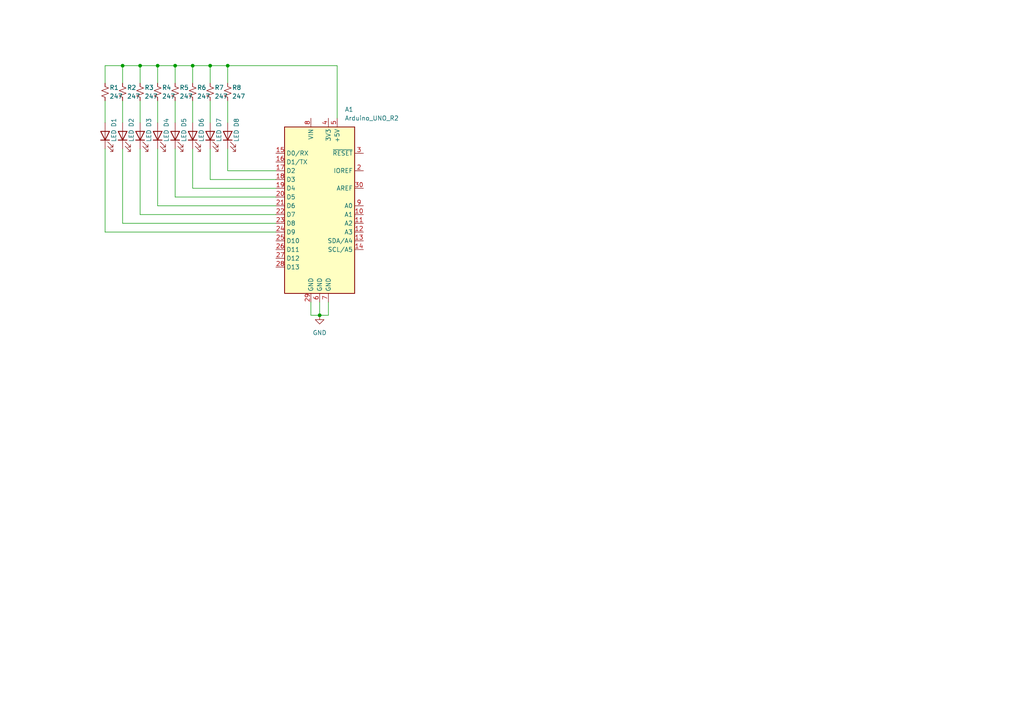
<source format=kicad_sch>
(kicad_sch (version 20230121) (generator eeschema)

  (uuid ca7c3723-e5a2-41e3-9b3f-ccdfddab79db)

  (paper "A4")

  (title_block
    (title "arduino uno shield")
    (date "2024-01-15")
    (rev "1")
  )

  (lib_symbols
    (symbol "Device:LED" (pin_numbers hide) (pin_names (offset 1.016) hide) (in_bom yes) (on_board yes)
      (property "Reference" "D" (at 0 2.54 0)
        (effects (font (size 1.27 1.27)))
      )
      (property "Value" "LED" (at 0 -2.54 0)
        (effects (font (size 1.27 1.27)))
      )
      (property "Footprint" "" (at 0 0 0)
        (effects (font (size 1.27 1.27)) hide)
      )
      (property "Datasheet" "~" (at 0 0 0)
        (effects (font (size 1.27 1.27)) hide)
      )
      (property "ki_keywords" "LED diode" (at 0 0 0)
        (effects (font (size 1.27 1.27)) hide)
      )
      (property "ki_description" "Light emitting diode" (at 0 0 0)
        (effects (font (size 1.27 1.27)) hide)
      )
      (property "ki_fp_filters" "LED* LED_SMD:* LED_THT:*" (at 0 0 0)
        (effects (font (size 1.27 1.27)) hide)
      )
      (symbol "LED_0_1"
        (polyline
          (pts
            (xy -1.27 -1.27)
            (xy -1.27 1.27)
          )
          (stroke (width 0.254) (type default))
          (fill (type none))
        )
        (polyline
          (pts
            (xy -1.27 0)
            (xy 1.27 0)
          )
          (stroke (width 0) (type default))
          (fill (type none))
        )
        (polyline
          (pts
            (xy 1.27 -1.27)
            (xy 1.27 1.27)
            (xy -1.27 0)
            (xy 1.27 -1.27)
          )
          (stroke (width 0.254) (type default))
          (fill (type none))
        )
        (polyline
          (pts
            (xy -3.048 -0.762)
            (xy -4.572 -2.286)
            (xy -3.81 -2.286)
            (xy -4.572 -2.286)
            (xy -4.572 -1.524)
          )
          (stroke (width 0) (type default))
          (fill (type none))
        )
        (polyline
          (pts
            (xy -1.778 -0.762)
            (xy -3.302 -2.286)
            (xy -2.54 -2.286)
            (xy -3.302 -2.286)
            (xy -3.302 -1.524)
          )
          (stroke (width 0) (type default))
          (fill (type none))
        )
      )
      (symbol "LED_1_1"
        (pin passive line (at -3.81 0 0) (length 2.54)
          (name "K" (effects (font (size 1.27 1.27))))
          (number "1" (effects (font (size 1.27 1.27))))
        )
        (pin passive line (at 3.81 0 180) (length 2.54)
          (name "A" (effects (font (size 1.27 1.27))))
          (number "2" (effects (font (size 1.27 1.27))))
        )
      )
    )
    (symbol "Device:R_Small_US" (pin_numbers hide) (pin_names (offset 0.254) hide) (in_bom yes) (on_board yes)
      (property "Reference" "R" (at 0.762 0.508 0)
        (effects (font (size 1.27 1.27)) (justify left))
      )
      (property "Value" "R_Small_US" (at 0.762 -1.016 0)
        (effects (font (size 1.27 1.27)) (justify left))
      )
      (property "Footprint" "" (at 0 0 0)
        (effects (font (size 1.27 1.27)) hide)
      )
      (property "Datasheet" "~" (at 0 0 0)
        (effects (font (size 1.27 1.27)) hide)
      )
      (property "ki_keywords" "r resistor" (at 0 0 0)
        (effects (font (size 1.27 1.27)) hide)
      )
      (property "ki_description" "Resistor, small US symbol" (at 0 0 0)
        (effects (font (size 1.27 1.27)) hide)
      )
      (property "ki_fp_filters" "R_*" (at 0 0 0)
        (effects (font (size 1.27 1.27)) hide)
      )
      (symbol "R_Small_US_1_1"
        (polyline
          (pts
            (xy 0 0)
            (xy 1.016 -0.381)
            (xy 0 -0.762)
            (xy -1.016 -1.143)
            (xy 0 -1.524)
          )
          (stroke (width 0) (type default))
          (fill (type none))
        )
        (polyline
          (pts
            (xy 0 1.524)
            (xy 1.016 1.143)
            (xy 0 0.762)
            (xy -1.016 0.381)
            (xy 0 0)
          )
          (stroke (width 0) (type default))
          (fill (type none))
        )
        (pin passive line (at 0 2.54 270) (length 1.016)
          (name "~" (effects (font (size 1.27 1.27))))
          (number "1" (effects (font (size 1.27 1.27))))
        )
        (pin passive line (at 0 -2.54 90) (length 1.016)
          (name "~" (effects (font (size 1.27 1.27))))
          (number "2" (effects (font (size 1.27 1.27))))
        )
      )
    )
    (symbol "MCU_Module:Arduino_UNO_R2" (in_bom yes) (on_board yes)
      (property "Reference" "A" (at -10.16 23.495 0)
        (effects (font (size 1.27 1.27)) (justify left bottom))
      )
      (property "Value" "Arduino_UNO_R2" (at 5.08 -26.67 0)
        (effects (font (size 1.27 1.27)) (justify left top))
      )
      (property "Footprint" "Module:Arduino_UNO_R2" (at 0 0 0)
        (effects (font (size 1.27 1.27) italic) hide)
      )
      (property "Datasheet" "https://www.arduino.cc/en/Main/arduinoBoardUno" (at 0 0 0)
        (effects (font (size 1.27 1.27)) hide)
      )
      (property "ki_keywords" "Arduino UNO R3 Microcontroller Module Atmel AVR USB" (at 0 0 0)
        (effects (font (size 1.27 1.27)) hide)
      )
      (property "ki_description" "Arduino UNO Microcontroller Module, release 2" (at 0 0 0)
        (effects (font (size 1.27 1.27)) hide)
      )
      (property "ki_fp_filters" "Arduino*UNO*R2*" (at 0 0 0)
        (effects (font (size 1.27 1.27)) hide)
      )
      (symbol "Arduino_UNO_R2_0_1"
        (rectangle (start -10.16 22.86) (end 10.16 -25.4)
          (stroke (width 0.254) (type default))
          (fill (type background))
        )
      )
      (symbol "Arduino_UNO_R2_1_1"
        (pin no_connect line (at -10.16 -20.32 0) (length 2.54) hide
          (name "NC" (effects (font (size 1.27 1.27))))
          (number "1" (effects (font (size 1.27 1.27))))
        )
        (pin bidirectional line (at 12.7 -2.54 180) (length 2.54)
          (name "A1" (effects (font (size 1.27 1.27))))
          (number "10" (effects (font (size 1.27 1.27))))
        )
        (pin bidirectional line (at 12.7 -5.08 180) (length 2.54)
          (name "A2" (effects (font (size 1.27 1.27))))
          (number "11" (effects (font (size 1.27 1.27))))
        )
        (pin bidirectional line (at 12.7 -7.62 180) (length 2.54)
          (name "A3" (effects (font (size 1.27 1.27))))
          (number "12" (effects (font (size 1.27 1.27))))
        )
        (pin bidirectional line (at 12.7 -10.16 180) (length 2.54)
          (name "SDA/A4" (effects (font (size 1.27 1.27))))
          (number "13" (effects (font (size 1.27 1.27))))
        )
        (pin bidirectional line (at 12.7 -12.7 180) (length 2.54)
          (name "SCL/A5" (effects (font (size 1.27 1.27))))
          (number "14" (effects (font (size 1.27 1.27))))
        )
        (pin bidirectional line (at -12.7 15.24 0) (length 2.54)
          (name "D0/RX" (effects (font (size 1.27 1.27))))
          (number "15" (effects (font (size 1.27 1.27))))
        )
        (pin bidirectional line (at -12.7 12.7 0) (length 2.54)
          (name "D1/TX" (effects (font (size 1.27 1.27))))
          (number "16" (effects (font (size 1.27 1.27))))
        )
        (pin bidirectional line (at -12.7 10.16 0) (length 2.54)
          (name "D2" (effects (font (size 1.27 1.27))))
          (number "17" (effects (font (size 1.27 1.27))))
        )
        (pin bidirectional line (at -12.7 7.62 0) (length 2.54)
          (name "D3" (effects (font (size 1.27 1.27))))
          (number "18" (effects (font (size 1.27 1.27))))
        )
        (pin bidirectional line (at -12.7 5.08 0) (length 2.54)
          (name "D4" (effects (font (size 1.27 1.27))))
          (number "19" (effects (font (size 1.27 1.27))))
        )
        (pin output line (at 12.7 10.16 180) (length 2.54)
          (name "IOREF" (effects (font (size 1.27 1.27))))
          (number "2" (effects (font (size 1.27 1.27))))
        )
        (pin bidirectional line (at -12.7 2.54 0) (length 2.54)
          (name "D5" (effects (font (size 1.27 1.27))))
          (number "20" (effects (font (size 1.27 1.27))))
        )
        (pin bidirectional line (at -12.7 0 0) (length 2.54)
          (name "D6" (effects (font (size 1.27 1.27))))
          (number "21" (effects (font (size 1.27 1.27))))
        )
        (pin bidirectional line (at -12.7 -2.54 0) (length 2.54)
          (name "D7" (effects (font (size 1.27 1.27))))
          (number "22" (effects (font (size 1.27 1.27))))
        )
        (pin bidirectional line (at -12.7 -5.08 0) (length 2.54)
          (name "D8" (effects (font (size 1.27 1.27))))
          (number "23" (effects (font (size 1.27 1.27))))
        )
        (pin bidirectional line (at -12.7 -7.62 0) (length 2.54)
          (name "D9" (effects (font (size 1.27 1.27))))
          (number "24" (effects (font (size 1.27 1.27))))
        )
        (pin bidirectional line (at -12.7 -10.16 0) (length 2.54)
          (name "D10" (effects (font (size 1.27 1.27))))
          (number "25" (effects (font (size 1.27 1.27))))
        )
        (pin bidirectional line (at -12.7 -12.7 0) (length 2.54)
          (name "D11" (effects (font (size 1.27 1.27))))
          (number "26" (effects (font (size 1.27 1.27))))
        )
        (pin bidirectional line (at -12.7 -15.24 0) (length 2.54)
          (name "D12" (effects (font (size 1.27 1.27))))
          (number "27" (effects (font (size 1.27 1.27))))
        )
        (pin bidirectional line (at -12.7 -17.78 0) (length 2.54)
          (name "D13" (effects (font (size 1.27 1.27))))
          (number "28" (effects (font (size 1.27 1.27))))
        )
        (pin power_in line (at -2.54 -27.94 90) (length 2.54)
          (name "GND" (effects (font (size 1.27 1.27))))
          (number "29" (effects (font (size 1.27 1.27))))
        )
        (pin input line (at 12.7 15.24 180) (length 2.54)
          (name "~{RESET}" (effects (font (size 1.27 1.27))))
          (number "3" (effects (font (size 1.27 1.27))))
        )
        (pin input line (at 12.7 5.08 180) (length 2.54)
          (name "AREF" (effects (font (size 1.27 1.27))))
          (number "30" (effects (font (size 1.27 1.27))))
        )
        (pin power_out line (at 2.54 25.4 270) (length 2.54)
          (name "3V3" (effects (font (size 1.27 1.27))))
          (number "4" (effects (font (size 1.27 1.27))))
        )
        (pin power_out line (at 5.08 25.4 270) (length 2.54)
          (name "+5V" (effects (font (size 1.27 1.27))))
          (number "5" (effects (font (size 1.27 1.27))))
        )
        (pin power_in line (at 0 -27.94 90) (length 2.54)
          (name "GND" (effects (font (size 1.27 1.27))))
          (number "6" (effects (font (size 1.27 1.27))))
        )
        (pin power_in line (at 2.54 -27.94 90) (length 2.54)
          (name "GND" (effects (font (size 1.27 1.27))))
          (number "7" (effects (font (size 1.27 1.27))))
        )
        (pin power_in line (at -2.54 25.4 270) (length 2.54)
          (name "VIN" (effects (font (size 1.27 1.27))))
          (number "8" (effects (font (size 1.27 1.27))))
        )
        (pin bidirectional line (at 12.7 0 180) (length 2.54)
          (name "A0" (effects (font (size 1.27 1.27))))
          (number "9" (effects (font (size 1.27 1.27))))
        )
      )
    )
    (symbol "power:GND" (power) (pin_names (offset 0)) (in_bom yes) (on_board yes)
      (property "Reference" "#PWR" (at 0 -6.35 0)
        (effects (font (size 1.27 1.27)) hide)
      )
      (property "Value" "GND" (at 0 -3.81 0)
        (effects (font (size 1.27 1.27)))
      )
      (property "Footprint" "" (at 0 0 0)
        (effects (font (size 1.27 1.27)) hide)
      )
      (property "Datasheet" "" (at 0 0 0)
        (effects (font (size 1.27 1.27)) hide)
      )
      (property "ki_keywords" "global power" (at 0 0 0)
        (effects (font (size 1.27 1.27)) hide)
      )
      (property "ki_description" "Power symbol creates a global label with name \"GND\" , ground" (at 0 0 0)
        (effects (font (size 1.27 1.27)) hide)
      )
      (symbol "GND_0_1"
        (polyline
          (pts
            (xy 0 0)
            (xy 0 -1.27)
            (xy 1.27 -1.27)
            (xy 0 -2.54)
            (xy -1.27 -1.27)
            (xy 0 -1.27)
          )
          (stroke (width 0) (type default))
          (fill (type none))
        )
      )
      (symbol "GND_1_1"
        (pin power_in line (at 0 0 270) (length 0) hide
          (name "GND" (effects (font (size 1.27 1.27))))
          (number "1" (effects (font (size 1.27 1.27))))
        )
      )
    )
  )

  (junction (at 40.64 19.05) (diameter 0) (color 0 0 0 0)
    (uuid 6469da91-e7be-4372-aa2c-f6cd08eb7b84)
  )
  (junction (at 92.71 91.44) (diameter 0) (color 0 0 0 0)
    (uuid 95c42094-df20-4433-a48f-110648042ce4)
  )
  (junction (at 50.8 19.05) (diameter 0) (color 0 0 0 0)
    (uuid b76c6eda-61dc-40aa-858a-2fd6132abb0a)
  )
  (junction (at 66.04 19.05) (diameter 0) (color 0 0 0 0)
    (uuid bf00029f-fd75-4cb1-a50c-bbc3542b7fe1)
  )
  (junction (at 60.96 19.05) (diameter 0) (color 0 0 0 0)
    (uuid c1f9243e-5c36-4904-8539-27e41548055c)
  )
  (junction (at 35.56 19.05) (diameter 0) (color 0 0 0 0)
    (uuid d94b7309-222a-4c99-843b-ef678bb94687)
  )
  (junction (at 55.88 19.05) (diameter 0) (color 0 0 0 0)
    (uuid f3e2a62e-2e28-4939-859d-bc8449abb9d5)
  )
  (junction (at 45.72 19.05) (diameter 0) (color 0 0 0 0)
    (uuid fefebafc-a23a-4124-8798-12a552bc29e5)
  )

  (wire (pts (xy 50.8 19.05) (xy 50.8 24.13))
    (stroke (width 0) (type default))
    (uuid 014bec95-cd35-414b-804b-28c52dde49d2)
  )
  (wire (pts (xy 40.64 19.05) (xy 45.72 19.05))
    (stroke (width 0) (type default))
    (uuid 074ccf79-d5d4-4d7e-b88e-a2945ad5847f)
  )
  (wire (pts (xy 60.96 19.05) (xy 60.96 24.13))
    (stroke (width 0) (type default))
    (uuid 18517f0a-89ef-45cf-a91a-2c73190f71d2)
  )
  (wire (pts (xy 55.88 19.05) (xy 55.88 24.13))
    (stroke (width 0) (type default))
    (uuid 1fedd462-8ed9-47aa-94da-499df722beba)
  )
  (wire (pts (xy 35.56 29.21) (xy 35.56 35.56))
    (stroke (width 0) (type default))
    (uuid 2371d506-eb93-4c1f-9a2f-258b5a619c6d)
  )
  (wire (pts (xy 35.56 43.18) (xy 35.56 64.77))
    (stroke (width 0) (type default))
    (uuid 26d68d6d-530a-4745-b905-f71813eb24fb)
  )
  (wire (pts (xy 55.88 54.61) (xy 80.01 54.61))
    (stroke (width 0) (type default))
    (uuid 26fe1dbc-4309-4d9c-a324-d545142ea394)
  )
  (wire (pts (xy 30.48 29.21) (xy 30.48 35.56))
    (stroke (width 0) (type default))
    (uuid 2f85feaa-bc80-43e7-b4f5-232ba0c72622)
  )
  (wire (pts (xy 90.17 87.63) (xy 90.17 91.44))
    (stroke (width 0) (type default))
    (uuid 3191a176-f7d7-47dd-8d22-82542e6444d7)
  )
  (wire (pts (xy 66.04 29.21) (xy 66.04 35.56))
    (stroke (width 0) (type default))
    (uuid 3803c77e-6146-461a-be4d-d26a5c9df726)
  )
  (wire (pts (xy 40.64 62.23) (xy 80.01 62.23))
    (stroke (width 0) (type default))
    (uuid 41ced29c-f72f-4ca4-8046-3e6ee55f3d3d)
  )
  (wire (pts (xy 92.71 87.63) (xy 92.71 91.44))
    (stroke (width 0) (type default))
    (uuid 45c596a5-e3b7-4858-8f22-a638d5698095)
  )
  (wire (pts (xy 50.8 43.18) (xy 50.8 57.15))
    (stroke (width 0) (type default))
    (uuid 48698920-9d96-41bb-8bf8-cc10f58b63db)
  )
  (wire (pts (xy 97.79 19.05) (xy 97.79 34.29))
    (stroke (width 0) (type default))
    (uuid 4e20aa33-a5a6-4e40-a8ed-e48d199f95c8)
  )
  (wire (pts (xy 30.48 43.18) (xy 30.48 67.31))
    (stroke (width 0) (type default))
    (uuid 62af28cf-b4c8-400c-b5a5-3752ab64eaa5)
  )
  (wire (pts (xy 45.72 19.05) (xy 45.72 24.13))
    (stroke (width 0) (type default))
    (uuid 641975da-b9f1-46fa-800d-34aa722a955c)
  )
  (wire (pts (xy 95.25 87.63) (xy 95.25 91.44))
    (stroke (width 0) (type default))
    (uuid 651471e5-7fd9-43ce-a6a5-7fd732fe47cb)
  )
  (wire (pts (xy 60.96 19.05) (xy 66.04 19.05))
    (stroke (width 0) (type default))
    (uuid 6a3c3985-3153-4d26-9023-0762e36411e2)
  )
  (wire (pts (xy 50.8 19.05) (xy 55.88 19.05))
    (stroke (width 0) (type default))
    (uuid 6fea0c0a-403e-4205-82e7-60b0ebdd8417)
  )
  (wire (pts (xy 66.04 19.05) (xy 66.04 24.13))
    (stroke (width 0) (type default))
    (uuid 75053130-b6fd-4938-98af-8978c48fa765)
  )
  (wire (pts (xy 50.8 57.15) (xy 80.01 57.15))
    (stroke (width 0) (type default))
    (uuid 7809afcb-9288-4b1b-87db-9359fc4272ad)
  )
  (wire (pts (xy 55.88 19.05) (xy 60.96 19.05))
    (stroke (width 0) (type default))
    (uuid 7c5e64c9-3696-48fc-8e18-bf8af5a791f7)
  )
  (wire (pts (xy 30.48 19.05) (xy 35.56 19.05))
    (stroke (width 0) (type default))
    (uuid 80b03c2f-ea83-48b7-80b5-90b81727c6c5)
  )
  (wire (pts (xy 30.48 24.13) (xy 30.48 19.05))
    (stroke (width 0) (type default))
    (uuid 876122ca-0b5b-42ee-b089-ad67f522084b)
  )
  (wire (pts (xy 45.72 29.21) (xy 45.72 35.56))
    (stroke (width 0) (type default))
    (uuid 8d4762fb-604e-43df-a3f3-c358fbc457a6)
  )
  (wire (pts (xy 55.88 29.21) (xy 55.88 35.56))
    (stroke (width 0) (type default))
    (uuid 90051048-71a6-4a57-bdd3-9f9934e182be)
  )
  (wire (pts (xy 90.17 91.44) (xy 92.71 91.44))
    (stroke (width 0) (type default))
    (uuid 9720b4b3-ff39-4bda-9ea6-95aea365c062)
  )
  (wire (pts (xy 60.96 43.18) (xy 60.96 52.07))
    (stroke (width 0) (type default))
    (uuid ac07ded5-c6df-4adb-8930-d452dc055b8d)
  )
  (wire (pts (xy 30.48 67.31) (xy 80.01 67.31))
    (stroke (width 0) (type default))
    (uuid b1638cee-453f-4ee6-b813-ef7d32613b88)
  )
  (wire (pts (xy 55.88 43.18) (xy 55.88 54.61))
    (stroke (width 0) (type default))
    (uuid c10248a1-688c-49dc-ac19-2a40f7838074)
  )
  (wire (pts (xy 66.04 49.53) (xy 80.01 49.53))
    (stroke (width 0) (type default))
    (uuid c3ea3069-3f09-4aad-b483-c5d52301e8b3)
  )
  (wire (pts (xy 45.72 43.18) (xy 45.72 59.69))
    (stroke (width 0) (type default))
    (uuid c50d3b3b-a97f-44b3-94ab-d3aa88f705e7)
  )
  (wire (pts (xy 40.64 29.21) (xy 40.64 35.56))
    (stroke (width 0) (type default))
    (uuid c7f0e24f-274d-4bd7-a3ce-622ee20340ab)
  )
  (wire (pts (xy 40.64 43.18) (xy 40.64 62.23))
    (stroke (width 0) (type default))
    (uuid c9e5081b-7000-4a45-8f6a-c25809bc4fbf)
  )
  (wire (pts (xy 66.04 43.18) (xy 66.04 49.53))
    (stroke (width 0) (type default))
    (uuid cb32bbcc-abe4-4c93-9042-0f3d0c2f45bf)
  )
  (wire (pts (xy 35.56 64.77) (xy 80.01 64.77))
    (stroke (width 0) (type default))
    (uuid cbfb80be-4cd2-4cd1-9b4d-5fdc3e008d95)
  )
  (wire (pts (xy 50.8 29.21) (xy 50.8 35.56))
    (stroke (width 0) (type default))
    (uuid ce41c93d-bf4d-4728-b972-e39ee3829fd8)
  )
  (wire (pts (xy 45.72 59.69) (xy 80.01 59.69))
    (stroke (width 0) (type default))
    (uuid cf98d4f7-9105-4d56-b667-4b9b232d2e6e)
  )
  (wire (pts (xy 95.25 91.44) (xy 92.71 91.44))
    (stroke (width 0) (type default))
    (uuid defb7bc9-a074-429b-b21a-f7dd4150f6f8)
  )
  (wire (pts (xy 35.56 19.05) (xy 35.56 24.13))
    (stroke (width 0) (type default))
    (uuid e0a4b6a5-7482-4858-ae7b-fa9ecf68f614)
  )
  (wire (pts (xy 66.04 19.05) (xy 97.79 19.05))
    (stroke (width 0) (type default))
    (uuid e2657727-0b2c-42f4-b42d-ba6ebc2198b0)
  )
  (wire (pts (xy 40.64 19.05) (xy 40.64 24.13))
    (stroke (width 0) (type default))
    (uuid ec2fd1b8-79ab-4a60-b827-508470a4e9f6)
  )
  (wire (pts (xy 35.56 19.05) (xy 40.64 19.05))
    (stroke (width 0) (type default))
    (uuid edcbd6a2-ab8a-499e-884d-383324d23a2d)
  )
  (wire (pts (xy 60.96 29.21) (xy 60.96 35.56))
    (stroke (width 0) (type default))
    (uuid ee8621a2-34bb-4968-9abe-601e13212c24)
  )
  (wire (pts (xy 45.72 19.05) (xy 50.8 19.05))
    (stroke (width 0) (type default))
    (uuid f318e319-ba16-4656-b7c8-f16613f7ead4)
  )
  (wire (pts (xy 60.96 52.07) (xy 80.01 52.07))
    (stroke (width 0) (type default))
    (uuid ff2e8c10-60f7-4203-93a3-9c02b0d2ac90)
  )

  (symbol (lib_id "Device:R_Small_US") (at 45.72 26.67 0) (unit 1)
    (in_bom yes) (on_board yes) (dnp no)
    (uuid 00b6207a-1bd5-45cd-a333-d0bb62cdbdde)
    (property "Reference" "R4" (at 46.99 25.4 0)
      (effects (font (size 1.27 1.27)) (justify left))
    )
    (property "Value" "247" (at 46.99 27.94 0)
      (effects (font (size 1.27 1.27)) (justify left))
    )
    (property "Footprint" "Resistor_SMD:R_0603_1608Metric" (at 45.72 26.67 0)
      (effects (font (size 1.27 1.27)) hide)
    )
    (property "Datasheet" "~" (at 45.72 26.67 0)
      (effects (font (size 1.27 1.27)) hide)
    )
    (pin "1" (uuid f5cfa978-4cef-447e-9e72-2eb753be3883))
    (pin "2" (uuid e7570f60-d55f-481b-8b42-121330e7e612))
    (instances
      (project "HW1"
        (path "/ca7c3723-e5a2-41e3-9b3f-ccdfddab79db"
          (reference "R4") (unit 1)
        )
      )
    )
  )

  (symbol (lib_id "Device:R_Small_US") (at 40.64 26.67 0) (unit 1)
    (in_bom yes) (on_board yes) (dnp no)
    (uuid 0a999624-d130-4106-beeb-263451d46267)
    (property "Reference" "R3" (at 41.91 25.4 0)
      (effects (font (size 1.27 1.27)) (justify left))
    )
    (property "Value" "247" (at 41.91 27.94 0)
      (effects (font (size 1.27 1.27)) (justify left))
    )
    (property "Footprint" "Resistor_SMD:R_0603_1608Metric" (at 40.64 26.67 0)
      (effects (font (size 1.27 1.27)) hide)
    )
    (property "Datasheet" "~" (at 40.64 26.67 0)
      (effects (font (size 1.27 1.27)) hide)
    )
    (pin "1" (uuid e1db7c22-f7ad-4006-9003-a2b2d8d21e25))
    (pin "2" (uuid 4f0ae9ef-d3f1-43d9-9097-269a8eefd19e))
    (instances
      (project "HW1"
        (path "/ca7c3723-e5a2-41e3-9b3f-ccdfddab79db"
          (reference "R3") (unit 1)
        )
      )
    )
  )

  (symbol (lib_id "Device:LED") (at 50.8 39.37 90) (unit 1)
    (in_bom yes) (on_board yes) (dnp no)
    (uuid 15c572de-948c-4fed-b58a-9d0d6424f143)
    (property "Reference" "D5" (at 53.34 35.56 0)
      (effects (font (size 1.27 1.27)))
    )
    (property "Value" "LED" (at 53.34 39.37 0)
      (effects (font (size 1.27 1.27)))
    )
    (property "Footprint" "LED_SMD:LED_0805_2012Metric" (at 50.8 39.37 0)
      (effects (font (size 1.27 1.27)) hide)
    )
    (property "Datasheet" "~" (at 50.8 39.37 0)
      (effects (font (size 1.27 1.27)) hide)
    )
    (pin "1" (uuid bc9d98fb-ff60-4588-8b21-04ca3b9e736a))
    (pin "2" (uuid 83b710c2-afff-4aab-8b00-5bf8a2ff0068))
    (instances
      (project "HW1"
        (path "/ca7c3723-e5a2-41e3-9b3f-ccdfddab79db"
          (reference "D5") (unit 1)
        )
      )
    )
  )

  (symbol (lib_id "Device:R_Small_US") (at 66.04 26.67 0) (unit 1)
    (in_bom yes) (on_board yes) (dnp no)
    (uuid 19816079-41fb-49e9-a079-23ba0a0b7940)
    (property "Reference" "R8" (at 67.31 25.4 0)
      (effects (font (size 1.27 1.27)) (justify left))
    )
    (property "Value" "247" (at 67.31 27.94 0)
      (effects (font (size 1.27 1.27)) (justify left))
    )
    (property "Footprint" "Resistor_SMD:R_0603_1608Metric" (at 66.04 26.67 0)
      (effects (font (size 1.27 1.27)) hide)
    )
    (property "Datasheet" "~" (at 66.04 26.67 0)
      (effects (font (size 1.27 1.27)) hide)
    )
    (pin "1" (uuid 9d2936dc-51f7-48ea-b383-a8e5c4c9a490))
    (pin "2" (uuid 60463ba8-3f7a-4e38-8734-48d0484318a5))
    (instances
      (project "HW1"
        (path "/ca7c3723-e5a2-41e3-9b3f-ccdfddab79db"
          (reference "R8") (unit 1)
        )
      )
    )
  )

  (symbol (lib_id "Device:LED") (at 66.04 39.37 90) (unit 1)
    (in_bom yes) (on_board yes) (dnp no)
    (uuid 44b5b7b8-f1a1-44a9-be40-f052ea22ee6c)
    (property "Reference" "D8" (at 68.58 35.56 0)
      (effects (font (size 1.27 1.27)))
    )
    (property "Value" "LED" (at 68.58 39.37 0)
      (effects (font (size 1.27 1.27)))
    )
    (property "Footprint" "LED_SMD:LED_0805_2012Metric" (at 66.04 39.37 0)
      (effects (font (size 1.27 1.27)) hide)
    )
    (property "Datasheet" "~" (at 66.04 39.37 0)
      (effects (font (size 1.27 1.27)) hide)
    )
    (pin "1" (uuid bc9d98fb-ff60-4588-8b21-04ca3b9e736b))
    (pin "2" (uuid 83b710c2-afff-4aab-8b00-5bf8a2ff0069))
    (instances
      (project "HW1"
        (path "/ca7c3723-e5a2-41e3-9b3f-ccdfddab79db"
          (reference "D8") (unit 1)
        )
      )
    )
  )

  (symbol (lib_id "Device:R_Small_US") (at 30.48 26.67 0) (unit 1)
    (in_bom yes) (on_board yes) (dnp no)
    (uuid 5643c33a-589d-4e3b-bb4b-2bbd87ee44d8)
    (property "Reference" "R1" (at 31.75 25.4 0)
      (effects (font (size 1.27 1.27)) (justify left))
    )
    (property "Value" "247" (at 31.75 27.94 0)
      (effects (font (size 1.27 1.27)) (justify left))
    )
    (property "Footprint" "Resistor_SMD:R_0603_1608Metric" (at 30.48 26.67 0)
      (effects (font (size 1.27 1.27)) hide)
    )
    (property "Datasheet" "~" (at 30.48 26.67 0)
      (effects (font (size 1.27 1.27)) hide)
    )
    (pin "1" (uuid a18d4522-5289-4fd7-8e18-1c2aa9a12e31))
    (pin "2" (uuid b2e35c3e-7cd3-4e01-b8f8-ba1ebe2723ef))
    (instances
      (project "HW1"
        (path "/ca7c3723-e5a2-41e3-9b3f-ccdfddab79db"
          (reference "R1") (unit 1)
        )
      )
    )
  )

  (symbol (lib_id "Device:LED") (at 35.56 39.37 90) (unit 1)
    (in_bom yes) (on_board yes) (dnp no)
    (uuid 5be025c2-5b79-435a-9137-004f3155210e)
    (property "Reference" "D2" (at 38.1 35.56 0)
      (effects (font (size 1.27 1.27)))
    )
    (property "Value" "LED" (at 38.1 39.37 0)
      (effects (font (size 1.27 1.27)))
    )
    (property "Footprint" "LED_SMD:LED_0805_2012Metric" (at 35.56 39.37 0)
      (effects (font (size 1.27 1.27)) hide)
    )
    (property "Datasheet" "~" (at 35.56 39.37 0)
      (effects (font (size 1.27 1.27)) hide)
    )
    (pin "1" (uuid bc9d98fb-ff60-4588-8b21-04ca3b9e736c))
    (pin "2" (uuid 83b710c2-afff-4aab-8b00-5bf8a2ff006a))
    (instances
      (project "HW1"
        (path "/ca7c3723-e5a2-41e3-9b3f-ccdfddab79db"
          (reference "D2") (unit 1)
        )
      )
    )
  )

  (symbol (lib_id "Device:R_Small_US") (at 35.56 26.67 0) (unit 1)
    (in_bom yes) (on_board yes) (dnp no)
    (uuid 67fd5411-59f1-4856-86b1-0e2f66ed735e)
    (property "Reference" "R2" (at 36.83 25.4 0)
      (effects (font (size 1.27 1.27)) (justify left))
    )
    (property "Value" "247" (at 36.83 27.94 0)
      (effects (font (size 1.27 1.27)) (justify left))
    )
    (property "Footprint" "Resistor_SMD:R_0603_1608Metric" (at 35.56 26.67 0)
      (effects (font (size 1.27 1.27)) hide)
    )
    (property "Datasheet" "~" (at 35.56 26.67 0)
      (effects (font (size 1.27 1.27)) hide)
    )
    (pin "1" (uuid f45fb84c-cf13-4107-a2f9-ef04b3388ec4))
    (pin "2" (uuid 0358b35b-eb41-484e-b34a-c9cf64b79e18))
    (instances
      (project "HW1"
        (path "/ca7c3723-e5a2-41e3-9b3f-ccdfddab79db"
          (reference "R2") (unit 1)
        )
      )
    )
  )

  (symbol (lib_id "Device:R_Small_US") (at 50.8 26.67 0) (unit 1)
    (in_bom yes) (on_board yes) (dnp no)
    (uuid 75ac95e6-3471-46bb-8e3c-f045116f434a)
    (property "Reference" "R5" (at 52.07 25.4 0)
      (effects (font (size 1.27 1.27)) (justify left))
    )
    (property "Value" "247" (at 52.07 27.94 0)
      (effects (font (size 1.27 1.27)) (justify left))
    )
    (property "Footprint" "Resistor_SMD:R_0603_1608Metric" (at 50.8 26.67 0)
      (effects (font (size 1.27 1.27)) hide)
    )
    (property "Datasheet" "~" (at 50.8 26.67 0)
      (effects (font (size 1.27 1.27)) hide)
    )
    (pin "1" (uuid e5c47569-4a9b-4d0d-b7cd-4e492b35dad7))
    (pin "2" (uuid 97a3a84e-dfe6-42ae-94e6-2d17d2d447ea))
    (instances
      (project "HW1"
        (path "/ca7c3723-e5a2-41e3-9b3f-ccdfddab79db"
          (reference "R5") (unit 1)
        )
      )
    )
  )

  (symbol (lib_id "Device:LED") (at 60.96 39.37 90) (unit 1)
    (in_bom yes) (on_board yes) (dnp no)
    (uuid 76fa0fa4-6942-4445-9a9c-db6682c996f3)
    (property "Reference" "D7" (at 63.5 35.56 0)
      (effects (font (size 1.27 1.27)))
    )
    (property "Value" "LED" (at 63.5 39.37 0)
      (effects (font (size 1.27 1.27)))
    )
    (property "Footprint" "LED_SMD:LED_0805_2012Metric" (at 60.96 39.37 0)
      (effects (font (size 1.27 1.27)) hide)
    )
    (property "Datasheet" "~" (at 60.96 39.37 0)
      (effects (font (size 1.27 1.27)) hide)
    )
    (pin "1" (uuid bc9d98fb-ff60-4588-8b21-04ca3b9e736d))
    (pin "2" (uuid 83b710c2-afff-4aab-8b00-5bf8a2ff006b))
    (instances
      (project "HW1"
        (path "/ca7c3723-e5a2-41e3-9b3f-ccdfddab79db"
          (reference "D7") (unit 1)
        )
      )
    )
  )

  (symbol (lib_id "Device:LED") (at 55.88 39.37 90) (unit 1)
    (in_bom yes) (on_board yes) (dnp no)
    (uuid 78e32f5b-3b06-499a-ba24-5fc11cb2eb7a)
    (property "Reference" "D6" (at 58.42 35.56 0)
      (effects (font (size 1.27 1.27)))
    )
    (property "Value" "LED" (at 58.42 39.37 0)
      (effects (font (size 1.27 1.27)))
    )
    (property "Footprint" "LED_SMD:LED_0805_2012Metric" (at 55.88 39.37 0)
      (effects (font (size 1.27 1.27)) hide)
    )
    (property "Datasheet" "~" (at 55.88 39.37 0)
      (effects (font (size 1.27 1.27)) hide)
    )
    (pin "1" (uuid bc9d98fb-ff60-4588-8b21-04ca3b9e736e))
    (pin "2" (uuid 83b710c2-afff-4aab-8b00-5bf8a2ff006c))
    (instances
      (project "HW1"
        (path "/ca7c3723-e5a2-41e3-9b3f-ccdfddab79db"
          (reference "D6") (unit 1)
        )
      )
    )
  )

  (symbol (lib_id "Device:R_Small_US") (at 60.96 26.67 0) (unit 1)
    (in_bom yes) (on_board yes) (dnp no)
    (uuid 7f02f7de-2580-4102-b672-5bc432a15096)
    (property "Reference" "R7" (at 62.23 25.4 0)
      (effects (font (size 1.27 1.27)) (justify left))
    )
    (property "Value" "247" (at 62.23 27.94 0)
      (effects (font (size 1.27 1.27)) (justify left))
    )
    (property "Footprint" "Resistor_SMD:R_0603_1608Metric" (at 60.96 26.67 0)
      (effects (font (size 1.27 1.27)) hide)
    )
    (property "Datasheet" "~" (at 60.96 26.67 0)
      (effects (font (size 1.27 1.27)) hide)
    )
    (pin "1" (uuid 1f627558-e7ac-444a-af39-618b5a46e0ae))
    (pin "2" (uuid fd6a3aa9-65a6-47fe-b812-ed2df783c7b2))
    (instances
      (project "HW1"
        (path "/ca7c3723-e5a2-41e3-9b3f-ccdfddab79db"
          (reference "R7") (unit 1)
        )
      )
    )
  )

  (symbol (lib_id "Device:LED") (at 30.48 39.37 90) (unit 1)
    (in_bom yes) (on_board yes) (dnp no)
    (uuid 7f174dd0-0114-4ef8-8e6c-ff6ea1a8e742)
    (property "Reference" "D1" (at 33.02 35.56 0)
      (effects (font (size 1.27 1.27)))
    )
    (property "Value" "LED" (at 33.02 39.37 0)
      (effects (font (size 1.27 1.27)))
    )
    (property "Footprint" "LED_SMD:LED_0805_2012Metric" (at 30.48 39.37 0)
      (effects (font (size 1.27 1.27)) hide)
    )
    (property "Datasheet" "~" (at 30.48 39.37 0)
      (effects (font (size 1.27 1.27)) hide)
    )
    (pin "1" (uuid bc9d98fb-ff60-4588-8b21-04ca3b9e736f))
    (pin "2" (uuid 83b710c2-afff-4aab-8b00-5bf8a2ff006d))
    (instances
      (project "HW1"
        (path "/ca7c3723-e5a2-41e3-9b3f-ccdfddab79db"
          (reference "D1") (unit 1)
        )
      )
    )
  )

  (symbol (lib_id "Device:LED") (at 45.72 39.37 90) (unit 1)
    (in_bom yes) (on_board yes) (dnp no)
    (uuid 92315a87-0469-4358-93a4-55f3097fe72c)
    (property "Reference" "D4" (at 48.26 35.56 0)
      (effects (font (size 1.27 1.27)))
    )
    (property "Value" "LED" (at 48.26 39.37 0)
      (effects (font (size 1.27 1.27)))
    )
    (property "Footprint" "LED_SMD:LED_0805_2012Metric" (at 45.72 39.37 0)
      (effects (font (size 1.27 1.27)) hide)
    )
    (property "Datasheet" "~" (at 45.72 39.37 0)
      (effects (font (size 1.27 1.27)) hide)
    )
    (pin "1" (uuid bc9d98fb-ff60-4588-8b21-04ca3b9e7370))
    (pin "2" (uuid 83b710c2-afff-4aab-8b00-5bf8a2ff006e))
    (instances
      (project "HW1"
        (path "/ca7c3723-e5a2-41e3-9b3f-ccdfddab79db"
          (reference "D4") (unit 1)
        )
      )
    )
  )

  (symbol (lib_id "Device:R_Small_US") (at 55.88 26.67 0) (unit 1)
    (in_bom yes) (on_board yes) (dnp no)
    (uuid d7e9fa5f-746d-4b65-a8d6-e05bca62e286)
    (property "Reference" "R6" (at 57.15 25.4 0)
      (effects (font (size 1.27 1.27)) (justify left))
    )
    (property "Value" "247" (at 57.15 27.94 0)
      (effects (font (size 1.27 1.27)) (justify left))
    )
    (property "Footprint" "Resistor_SMD:R_0603_1608Metric" (at 55.88 26.67 0)
      (effects (font (size 1.27 1.27)) hide)
    )
    (property "Datasheet" "~" (at 55.88 26.67 0)
      (effects (font (size 1.27 1.27)) hide)
    )
    (pin "1" (uuid 5ea3d891-ddb6-44cc-970f-6187f076e7fb))
    (pin "2" (uuid faee8f21-2648-4f1a-920d-c9e006ada51a))
    (instances
      (project "HW1"
        (path "/ca7c3723-e5a2-41e3-9b3f-ccdfddab79db"
          (reference "R6") (unit 1)
        )
      )
    )
  )

  (symbol (lib_id "power:GND") (at 92.71 91.44 0) (unit 1)
    (in_bom yes) (on_board yes) (dnp no) (fields_autoplaced)
    (uuid d8079aab-7ad8-4bc9-b7df-f32c89543bee)
    (property "Reference" "#PWR01" (at 92.71 97.79 0)
      (effects (font (size 1.27 1.27)) hide)
    )
    (property "Value" "GND" (at 92.71 96.52 0)
      (effects (font (size 1.27 1.27)))
    )
    (property "Footprint" "" (at 92.71 91.44 0)
      (effects (font (size 1.27 1.27)) hide)
    )
    (property "Datasheet" "" (at 92.71 91.44 0)
      (effects (font (size 1.27 1.27)) hide)
    )
    (pin "1" (uuid e0f28c9d-b988-4846-b12d-c2320d7b9c4c))
    (instances
      (project "HW1"
        (path "/ca7c3723-e5a2-41e3-9b3f-ccdfddab79db"
          (reference "#PWR01") (unit 1)
        )
      )
    )
  )

  (symbol (lib_id "Device:LED") (at 40.64 39.37 90) (unit 1)
    (in_bom yes) (on_board yes) (dnp no)
    (uuid fb976dc5-e17e-4e3f-aa65-6f49df720a12)
    (property "Reference" "D3" (at 43.18 35.56 0)
      (effects (font (size 1.27 1.27)))
    )
    (property "Value" "LED" (at 43.18 39.37 0)
      (effects (font (size 1.27 1.27)))
    )
    (property "Footprint" "LED_SMD:LED_0805_2012Metric" (at 40.64 39.37 0)
      (effects (font (size 1.27 1.27)) hide)
    )
    (property "Datasheet" "~" (at 40.64 39.37 0)
      (effects (font (size 1.27 1.27)) hide)
    )
    (pin "1" (uuid bc9d98fb-ff60-4588-8b21-04ca3b9e7371))
    (pin "2" (uuid 83b710c2-afff-4aab-8b00-5bf8a2ff006f))
    (instances
      (project "HW1"
        (path "/ca7c3723-e5a2-41e3-9b3f-ccdfddab79db"
          (reference "D3") (unit 1)
        )
      )
    )
  )

  (symbol (lib_id "MCU_Module:Arduino_UNO_R2") (at 92.71 59.69 0) (unit 1)
    (in_bom yes) (on_board yes) (dnp no) (fields_autoplaced)
    (uuid fdccd270-6726-4e89-b15f-cc6d809edaf5)
    (property "Reference" "A1" (at 99.9841 31.75 0)
      (effects (font (size 1.27 1.27)) (justify left))
    )
    (property "Value" "Arduino_UNO_R2" (at 99.9841 34.29 0)
      (effects (font (size 1.27 1.27)) (justify left))
    )
    (property "Footprint" "Module:Arduino_UNO_R2" (at 92.71 59.69 0)
      (effects (font (size 1.27 1.27) italic) hide)
    )
    (property "Datasheet" "https://www.arduino.cc/en/Main/arduinoBoardUno" (at 92.71 59.69 0)
      (effects (font (size 1.27 1.27)) hide)
    )
    (pin "30" (uuid e6d46e1d-6ceb-46bd-a188-fb50f4bd12e3))
    (pin "10" (uuid a9906dcf-d810-436d-9f1b-5813bf7141a0))
    (pin "13" (uuid 5124dcfb-2698-436e-9e6f-1fa921c588c6))
    (pin "14" (uuid d9ac3f4c-9dff-41fb-b0d6-673b6a17099f))
    (pin "20" (uuid 65b83ca5-7bc3-4312-ac4d-95afd2d01ad0))
    (pin "5" (uuid b059d39a-44a0-40d0-8f7e-9e19e10791c0))
    (pin "29" (uuid 61f24757-30d0-4e8b-8482-555fb3a4f926))
    (pin "26" (uuid c921c07a-e2d8-4370-b08b-fd366ff4b8c5))
    (pin "12" (uuid a3e8ea89-406d-4841-a921-f3cacddb7b86))
    (pin "25" (uuid 40a85d4d-044a-468d-b472-ee0356ae22e4))
    (pin "15" (uuid 7841a3b6-f574-4fc5-b273-e940d2950cc9))
    (pin "28" (uuid f8e1e653-7661-41a6-bfa5-c7b87aa9483a))
    (pin "9" (uuid fd8db0c7-fb91-47c3-8af6-8bfdb851096f))
    (pin "4" (uuid fc75908a-be55-4d51-b6a9-6bf50cc2bc95))
    (pin "3" (uuid 1599695e-df44-48ea-a5bf-4fe1aa52a7e2))
    (pin "2" (uuid 9950efdb-a56c-4083-8cd4-b5cf9ba09c6b))
    (pin "27" (uuid 0880b3e5-608d-4d6e-9dff-38b323bf60b6))
    (pin "16" (uuid d8bf4d6c-f56e-467e-8554-8b99e0a142d4))
    (pin "19" (uuid cf3e5649-fdeb-46ca-8d5d-52c6788b92dc))
    (pin "24" (uuid 054ff85a-3b93-4c13-97c9-558ec2897f1d))
    (pin "17" (uuid bbbffc67-189d-4899-ab52-380d3ec81113))
    (pin "6" (uuid 42aa7739-2110-4990-8466-68e5b5c6b181))
    (pin "11" (uuid 4dc5d934-d0e4-41e5-9c24-8ced17037aae))
    (pin "22" (uuid 0b734497-0658-42d9-a96d-8e47168d4cb8))
    (pin "1" (uuid 85533fc0-b575-41f0-aa3e-7d7283159cf3))
    (pin "7" (uuid 27107725-f039-48c9-85d0-0a45ef42b703))
    (pin "8" (uuid dc31afa7-8778-43ce-b5e7-a467a1c91847))
    (pin "21" (uuid 1b88ff0f-ead5-4a20-9cde-62677b6d2fbd))
    (pin "23" (uuid 27889333-4dfa-462e-8ffb-eaee838d1690))
    (pin "18" (uuid ebb49e4c-20d0-437c-a6b8-64fad80afca1))
    (instances
      (project "HW1"
        (path "/ca7c3723-e5a2-41e3-9b3f-ccdfddab79db"
          (reference "A1") (unit 1)
        )
      )
    )
  )

  (sheet_instances
    (path "/" (page "1"))
  )
)

</source>
